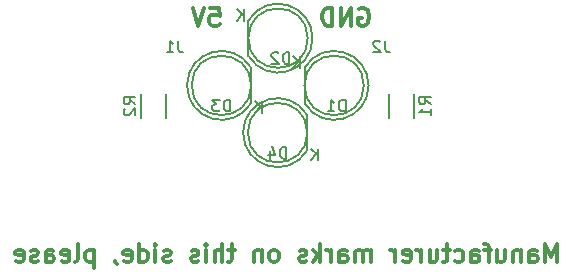
<source format=gbr>
G04 #@! TF.FileFunction,Legend,Bot*
%FSLAX46Y46*%
G04 Gerber Fmt 4.6, Leading zero omitted, Abs format (unit mm)*
G04 Created by KiCad (PCBNEW 4.0.6) date Sunday, 17 September 2017 'PMt' 18:00:55*
%MOMM*%
%LPD*%
G01*
G04 APERTURE LIST*
%ADD10C,0.100000*%
%ADD11C,0.300000*%
%ADD12C,0.150000*%
G04 APERTURE END LIST*
D10*
D11*
X165142857Y-93678571D02*
X165142857Y-92178571D01*
X164642857Y-93250000D01*
X164142857Y-92178571D01*
X164142857Y-93678571D01*
X162785714Y-93678571D02*
X162785714Y-92892857D01*
X162857143Y-92750000D01*
X163000000Y-92678571D01*
X163285714Y-92678571D01*
X163428571Y-92750000D01*
X162785714Y-93607143D02*
X162928571Y-93678571D01*
X163285714Y-93678571D01*
X163428571Y-93607143D01*
X163500000Y-93464286D01*
X163500000Y-93321429D01*
X163428571Y-93178571D01*
X163285714Y-93107143D01*
X162928571Y-93107143D01*
X162785714Y-93035714D01*
X162071428Y-92678571D02*
X162071428Y-93678571D01*
X162071428Y-92821429D02*
X162000000Y-92750000D01*
X161857142Y-92678571D01*
X161642857Y-92678571D01*
X161500000Y-92750000D01*
X161428571Y-92892857D01*
X161428571Y-93678571D01*
X160071428Y-92678571D02*
X160071428Y-93678571D01*
X160714285Y-92678571D02*
X160714285Y-93464286D01*
X160642857Y-93607143D01*
X160499999Y-93678571D01*
X160285714Y-93678571D01*
X160142857Y-93607143D01*
X160071428Y-93535714D01*
X159571428Y-92678571D02*
X158999999Y-92678571D01*
X159357142Y-93678571D02*
X159357142Y-92392857D01*
X159285714Y-92250000D01*
X159142856Y-92178571D01*
X158999999Y-92178571D01*
X157857142Y-93678571D02*
X157857142Y-92892857D01*
X157928571Y-92750000D01*
X158071428Y-92678571D01*
X158357142Y-92678571D01*
X158499999Y-92750000D01*
X157857142Y-93607143D02*
X157999999Y-93678571D01*
X158357142Y-93678571D01*
X158499999Y-93607143D01*
X158571428Y-93464286D01*
X158571428Y-93321429D01*
X158499999Y-93178571D01*
X158357142Y-93107143D01*
X157999999Y-93107143D01*
X157857142Y-93035714D01*
X156499999Y-93607143D02*
X156642856Y-93678571D01*
X156928570Y-93678571D01*
X157071428Y-93607143D01*
X157142856Y-93535714D01*
X157214285Y-93392857D01*
X157214285Y-92964286D01*
X157142856Y-92821429D01*
X157071428Y-92750000D01*
X156928570Y-92678571D01*
X156642856Y-92678571D01*
X156499999Y-92750000D01*
X156071428Y-92678571D02*
X155499999Y-92678571D01*
X155857142Y-92178571D02*
X155857142Y-93464286D01*
X155785714Y-93607143D01*
X155642856Y-93678571D01*
X155499999Y-93678571D01*
X154357142Y-92678571D02*
X154357142Y-93678571D01*
X154999999Y-92678571D02*
X154999999Y-93464286D01*
X154928571Y-93607143D01*
X154785713Y-93678571D01*
X154571428Y-93678571D01*
X154428571Y-93607143D01*
X154357142Y-93535714D01*
X153642856Y-93678571D02*
X153642856Y-92678571D01*
X153642856Y-92964286D02*
X153571428Y-92821429D01*
X153499999Y-92750000D01*
X153357142Y-92678571D01*
X153214285Y-92678571D01*
X152142857Y-93607143D02*
X152285714Y-93678571D01*
X152571428Y-93678571D01*
X152714285Y-93607143D01*
X152785714Y-93464286D01*
X152785714Y-92892857D01*
X152714285Y-92750000D01*
X152571428Y-92678571D01*
X152285714Y-92678571D01*
X152142857Y-92750000D01*
X152071428Y-92892857D01*
X152071428Y-93035714D01*
X152785714Y-93178571D01*
X151428571Y-93678571D02*
X151428571Y-92678571D01*
X151428571Y-92964286D02*
X151357143Y-92821429D01*
X151285714Y-92750000D01*
X151142857Y-92678571D01*
X151000000Y-92678571D01*
X149357143Y-93678571D02*
X149357143Y-92678571D01*
X149357143Y-92821429D02*
X149285715Y-92750000D01*
X149142857Y-92678571D01*
X148928572Y-92678571D01*
X148785715Y-92750000D01*
X148714286Y-92892857D01*
X148714286Y-93678571D01*
X148714286Y-92892857D02*
X148642857Y-92750000D01*
X148500000Y-92678571D01*
X148285715Y-92678571D01*
X148142857Y-92750000D01*
X148071429Y-92892857D01*
X148071429Y-93678571D01*
X146714286Y-93678571D02*
X146714286Y-92892857D01*
X146785715Y-92750000D01*
X146928572Y-92678571D01*
X147214286Y-92678571D01*
X147357143Y-92750000D01*
X146714286Y-93607143D02*
X146857143Y-93678571D01*
X147214286Y-93678571D01*
X147357143Y-93607143D01*
X147428572Y-93464286D01*
X147428572Y-93321429D01*
X147357143Y-93178571D01*
X147214286Y-93107143D01*
X146857143Y-93107143D01*
X146714286Y-93035714D01*
X146000000Y-93678571D02*
X146000000Y-92678571D01*
X146000000Y-92964286D02*
X145928572Y-92821429D01*
X145857143Y-92750000D01*
X145714286Y-92678571D01*
X145571429Y-92678571D01*
X145071429Y-93678571D02*
X145071429Y-92178571D01*
X144928572Y-93107143D02*
X144500001Y-93678571D01*
X144500001Y-92678571D02*
X145071429Y-93250000D01*
X143928572Y-93607143D02*
X143785715Y-93678571D01*
X143500000Y-93678571D01*
X143357143Y-93607143D01*
X143285715Y-93464286D01*
X143285715Y-93392857D01*
X143357143Y-93250000D01*
X143500000Y-93178571D01*
X143714286Y-93178571D01*
X143857143Y-93107143D01*
X143928572Y-92964286D01*
X143928572Y-92892857D01*
X143857143Y-92750000D01*
X143714286Y-92678571D01*
X143500000Y-92678571D01*
X143357143Y-92750000D01*
X141285714Y-93678571D02*
X141428572Y-93607143D01*
X141500000Y-93535714D01*
X141571429Y-93392857D01*
X141571429Y-92964286D01*
X141500000Y-92821429D01*
X141428572Y-92750000D01*
X141285714Y-92678571D01*
X141071429Y-92678571D01*
X140928572Y-92750000D01*
X140857143Y-92821429D01*
X140785714Y-92964286D01*
X140785714Y-93392857D01*
X140857143Y-93535714D01*
X140928572Y-93607143D01*
X141071429Y-93678571D01*
X141285714Y-93678571D01*
X140142857Y-92678571D02*
X140142857Y-93678571D01*
X140142857Y-92821429D02*
X140071429Y-92750000D01*
X139928571Y-92678571D01*
X139714286Y-92678571D01*
X139571429Y-92750000D01*
X139500000Y-92892857D01*
X139500000Y-93678571D01*
X137857143Y-92678571D02*
X137285714Y-92678571D01*
X137642857Y-92178571D02*
X137642857Y-93464286D01*
X137571429Y-93607143D01*
X137428571Y-93678571D01*
X137285714Y-93678571D01*
X136785714Y-93678571D02*
X136785714Y-92178571D01*
X136142857Y-93678571D02*
X136142857Y-92892857D01*
X136214286Y-92750000D01*
X136357143Y-92678571D01*
X136571428Y-92678571D01*
X136714286Y-92750000D01*
X136785714Y-92821429D01*
X135428571Y-93678571D02*
X135428571Y-92678571D01*
X135428571Y-92178571D02*
X135500000Y-92250000D01*
X135428571Y-92321429D01*
X135357143Y-92250000D01*
X135428571Y-92178571D01*
X135428571Y-92321429D01*
X134785714Y-93607143D02*
X134642857Y-93678571D01*
X134357142Y-93678571D01*
X134214285Y-93607143D01*
X134142857Y-93464286D01*
X134142857Y-93392857D01*
X134214285Y-93250000D01*
X134357142Y-93178571D01*
X134571428Y-93178571D01*
X134714285Y-93107143D01*
X134785714Y-92964286D01*
X134785714Y-92892857D01*
X134714285Y-92750000D01*
X134571428Y-92678571D01*
X134357142Y-92678571D01*
X134214285Y-92750000D01*
X132428571Y-93607143D02*
X132285714Y-93678571D01*
X131999999Y-93678571D01*
X131857142Y-93607143D01*
X131785714Y-93464286D01*
X131785714Y-93392857D01*
X131857142Y-93250000D01*
X131999999Y-93178571D01*
X132214285Y-93178571D01*
X132357142Y-93107143D01*
X132428571Y-92964286D01*
X132428571Y-92892857D01*
X132357142Y-92750000D01*
X132214285Y-92678571D01*
X131999999Y-92678571D01*
X131857142Y-92750000D01*
X131142856Y-93678571D02*
X131142856Y-92678571D01*
X131142856Y-92178571D02*
X131214285Y-92250000D01*
X131142856Y-92321429D01*
X131071428Y-92250000D01*
X131142856Y-92178571D01*
X131142856Y-92321429D01*
X129785713Y-93678571D02*
X129785713Y-92178571D01*
X129785713Y-93607143D02*
X129928570Y-93678571D01*
X130214284Y-93678571D01*
X130357142Y-93607143D01*
X130428570Y-93535714D01*
X130499999Y-93392857D01*
X130499999Y-92964286D01*
X130428570Y-92821429D01*
X130357142Y-92750000D01*
X130214284Y-92678571D01*
X129928570Y-92678571D01*
X129785713Y-92750000D01*
X128499999Y-93607143D02*
X128642856Y-93678571D01*
X128928570Y-93678571D01*
X129071427Y-93607143D01*
X129142856Y-93464286D01*
X129142856Y-92892857D01*
X129071427Y-92750000D01*
X128928570Y-92678571D01*
X128642856Y-92678571D01*
X128499999Y-92750000D01*
X128428570Y-92892857D01*
X128428570Y-93035714D01*
X129142856Y-93178571D01*
X127714285Y-93607143D02*
X127714285Y-93678571D01*
X127785713Y-93821429D01*
X127857142Y-93892857D01*
X125928570Y-92678571D02*
X125928570Y-94178571D01*
X125928570Y-92750000D02*
X125785713Y-92678571D01*
X125499999Y-92678571D01*
X125357142Y-92750000D01*
X125285713Y-92821429D01*
X125214284Y-92964286D01*
X125214284Y-93392857D01*
X125285713Y-93535714D01*
X125357142Y-93607143D01*
X125499999Y-93678571D01*
X125785713Y-93678571D01*
X125928570Y-93607143D01*
X124357141Y-93678571D02*
X124499999Y-93607143D01*
X124571427Y-93464286D01*
X124571427Y-92178571D01*
X123214285Y-93607143D02*
X123357142Y-93678571D01*
X123642856Y-93678571D01*
X123785713Y-93607143D01*
X123857142Y-93464286D01*
X123857142Y-92892857D01*
X123785713Y-92750000D01*
X123642856Y-92678571D01*
X123357142Y-92678571D01*
X123214285Y-92750000D01*
X123142856Y-92892857D01*
X123142856Y-93035714D01*
X123857142Y-93178571D01*
X121857142Y-93678571D02*
X121857142Y-92892857D01*
X121928571Y-92750000D01*
X122071428Y-92678571D01*
X122357142Y-92678571D01*
X122499999Y-92750000D01*
X121857142Y-93607143D02*
X121999999Y-93678571D01*
X122357142Y-93678571D01*
X122499999Y-93607143D01*
X122571428Y-93464286D01*
X122571428Y-93321429D01*
X122499999Y-93178571D01*
X122357142Y-93107143D01*
X121999999Y-93107143D01*
X121857142Y-93035714D01*
X121214285Y-93607143D02*
X121071428Y-93678571D01*
X120785713Y-93678571D01*
X120642856Y-93607143D01*
X120571428Y-93464286D01*
X120571428Y-93392857D01*
X120642856Y-93250000D01*
X120785713Y-93178571D01*
X120999999Y-93178571D01*
X121142856Y-93107143D01*
X121214285Y-92964286D01*
X121214285Y-92892857D01*
X121142856Y-92750000D01*
X120999999Y-92678571D01*
X120785713Y-92678571D01*
X120642856Y-92750000D01*
X119357142Y-93607143D02*
X119499999Y-93678571D01*
X119785713Y-93678571D01*
X119928570Y-93607143D01*
X119999999Y-93464286D01*
X119999999Y-92892857D01*
X119928570Y-92750000D01*
X119785713Y-92678571D01*
X119499999Y-92678571D01*
X119357142Y-92750000D01*
X119285713Y-92892857D01*
X119285713Y-93035714D01*
X119999999Y-93178571D01*
X148392857Y-72250000D02*
X148535714Y-72178571D01*
X148750000Y-72178571D01*
X148964285Y-72250000D01*
X149107143Y-72392857D01*
X149178571Y-72535714D01*
X149250000Y-72821429D01*
X149250000Y-73035714D01*
X149178571Y-73321429D01*
X149107143Y-73464286D01*
X148964285Y-73607143D01*
X148750000Y-73678571D01*
X148607143Y-73678571D01*
X148392857Y-73607143D01*
X148321428Y-73535714D01*
X148321428Y-73035714D01*
X148607143Y-73035714D01*
X147678571Y-73678571D02*
X147678571Y-72178571D01*
X146821428Y-73678571D01*
X146821428Y-72178571D01*
X146107142Y-73678571D02*
X146107142Y-72178571D01*
X145749999Y-72178571D01*
X145535714Y-72250000D01*
X145392856Y-72392857D01*
X145321428Y-72535714D01*
X145249999Y-72821429D01*
X145249999Y-73035714D01*
X145321428Y-73321429D01*
X145392856Y-73464286D01*
X145535714Y-73607143D01*
X145749999Y-73678571D01*
X146107142Y-73678571D01*
X135785713Y-72178571D02*
X136499999Y-72178571D01*
X136571428Y-72892857D01*
X136499999Y-72821429D01*
X136357142Y-72750000D01*
X135999999Y-72750000D01*
X135857142Y-72821429D01*
X135785713Y-72892857D01*
X135714285Y-73035714D01*
X135714285Y-73392857D01*
X135785713Y-73535714D01*
X135857142Y-73607143D01*
X135999999Y-73678571D01*
X136357142Y-73678571D01*
X136499999Y-73607143D01*
X136571428Y-73535714D01*
X135285714Y-72178571D02*
X134785714Y-73678571D01*
X134285714Y-72178571D01*
D12*
X143785112Y-77225096D02*
G75*
G02X143770000Y-80250000I2484888J-1524904D01*
G01*
X143770000Y-77250000D02*
X143770000Y-80250000D01*
X148787936Y-78750000D02*
G75*
G03X148787936Y-78750000I-2517936J0D01*
G01*
X139035112Y-73225096D02*
G75*
G02X139020000Y-76250000I2484888J-1524904D01*
G01*
X139020000Y-73250000D02*
X139020000Y-76250000D01*
X144037936Y-74750000D02*
G75*
G03X144037936Y-74750000I-2517936J0D01*
G01*
X139214888Y-80274904D02*
G75*
G02X139230000Y-77250000I-2484888J1524904D01*
G01*
X139230000Y-80250000D02*
X139230000Y-77250000D01*
X139247936Y-78750000D02*
G75*
G03X139247936Y-78750000I-2517936J0D01*
G01*
X143964888Y-84274904D02*
G75*
G02X143980000Y-81250000I-2484888J1524904D01*
G01*
X143980000Y-84250000D02*
X143980000Y-81250000D01*
X143997936Y-82750000D02*
G75*
G03X143997936Y-82750000I-2517936J0D01*
G01*
X150925000Y-79500000D02*
X150925000Y-81500000D01*
X153075000Y-81500000D02*
X153075000Y-79500000D01*
X132075000Y-81500000D02*
X132075000Y-79500000D01*
X129925000Y-79500000D02*
X129925000Y-81500000D01*
X147238095Y-80952381D02*
X147238095Y-79952381D01*
X147000000Y-79952381D01*
X146857142Y-80000000D01*
X146761904Y-80095238D01*
X146714285Y-80190476D01*
X146666666Y-80380952D01*
X146666666Y-80523810D01*
X146714285Y-80714286D01*
X146761904Y-80809524D01*
X146857142Y-80904762D01*
X147000000Y-80952381D01*
X147238095Y-80952381D01*
X145714285Y-80952381D02*
X146285714Y-80952381D01*
X146000000Y-80952381D02*
X146000000Y-79952381D01*
X146095238Y-80095238D01*
X146190476Y-80190476D01*
X146285714Y-80238095D01*
X143356905Y-77297381D02*
X143356905Y-76297381D01*
X142785476Y-77297381D02*
X143214048Y-76725952D01*
X142785476Y-76297381D02*
X143356905Y-76868810D01*
X142488095Y-76952381D02*
X142488095Y-75952381D01*
X142250000Y-75952381D01*
X142107142Y-76000000D01*
X142011904Y-76095238D01*
X141964285Y-76190476D01*
X141916666Y-76380952D01*
X141916666Y-76523810D01*
X141964285Y-76714286D01*
X142011904Y-76809524D01*
X142107142Y-76904762D01*
X142250000Y-76952381D01*
X142488095Y-76952381D01*
X141535714Y-76047619D02*
X141488095Y-76000000D01*
X141392857Y-75952381D01*
X141154761Y-75952381D01*
X141059523Y-76000000D01*
X141011904Y-76047619D01*
X140964285Y-76142857D01*
X140964285Y-76238095D01*
X141011904Y-76380952D01*
X141583333Y-76952381D01*
X140964285Y-76952381D01*
X138606905Y-73297381D02*
X138606905Y-72297381D01*
X138035476Y-73297381D02*
X138464048Y-72725952D01*
X138035476Y-72297381D02*
X138606905Y-72868810D01*
X137488095Y-80952381D02*
X137488095Y-79952381D01*
X137250000Y-79952381D01*
X137107142Y-80000000D01*
X137011904Y-80095238D01*
X136964285Y-80190476D01*
X136916666Y-80380952D01*
X136916666Y-80523810D01*
X136964285Y-80714286D01*
X137011904Y-80809524D01*
X137107142Y-80904762D01*
X137250000Y-80952381D01*
X137488095Y-80952381D01*
X136583333Y-79952381D02*
X135964285Y-79952381D01*
X136297619Y-80333333D01*
X136154761Y-80333333D01*
X136059523Y-80380952D01*
X136011904Y-80428571D01*
X135964285Y-80523810D01*
X135964285Y-80761905D01*
X136011904Y-80857143D01*
X136059523Y-80904762D01*
X136154761Y-80952381D01*
X136440476Y-80952381D01*
X136535714Y-80904762D01*
X136583333Y-80857143D01*
X140166905Y-81107381D02*
X140166905Y-80107381D01*
X139595476Y-81107381D02*
X140024048Y-80535952D01*
X139595476Y-80107381D02*
X140166905Y-80678810D01*
X142238095Y-84952381D02*
X142238095Y-83952381D01*
X142000000Y-83952381D01*
X141857142Y-84000000D01*
X141761904Y-84095238D01*
X141714285Y-84190476D01*
X141666666Y-84380952D01*
X141666666Y-84523810D01*
X141714285Y-84714286D01*
X141761904Y-84809524D01*
X141857142Y-84904762D01*
X142000000Y-84952381D01*
X142238095Y-84952381D01*
X140809523Y-84285714D02*
X140809523Y-84952381D01*
X141047619Y-83904762D02*
X141285714Y-84619048D01*
X140666666Y-84619048D01*
X144916905Y-85107381D02*
X144916905Y-84107381D01*
X144345476Y-85107381D02*
X144774048Y-84535952D01*
X144345476Y-84107381D02*
X144916905Y-84678810D01*
X154452381Y-80333334D02*
X153976190Y-80000000D01*
X154452381Y-79761905D02*
X153452381Y-79761905D01*
X153452381Y-80142858D01*
X153500000Y-80238096D01*
X153547619Y-80285715D01*
X153642857Y-80333334D01*
X153785714Y-80333334D01*
X153880952Y-80285715D01*
X153928571Y-80238096D01*
X153976190Y-80142858D01*
X153976190Y-79761905D01*
X154452381Y-81285715D02*
X154452381Y-80714286D01*
X154452381Y-81000000D02*
X153452381Y-81000000D01*
X153595238Y-80904762D01*
X153690476Y-80809524D01*
X153738095Y-80714286D01*
X129452381Y-80333334D02*
X128976190Y-80000000D01*
X129452381Y-79761905D02*
X128452381Y-79761905D01*
X128452381Y-80142858D01*
X128500000Y-80238096D01*
X128547619Y-80285715D01*
X128642857Y-80333334D01*
X128785714Y-80333334D01*
X128880952Y-80285715D01*
X128928571Y-80238096D01*
X128976190Y-80142858D01*
X128976190Y-79761905D01*
X128547619Y-80714286D02*
X128500000Y-80761905D01*
X128452381Y-80857143D01*
X128452381Y-81095239D01*
X128500000Y-81190477D01*
X128547619Y-81238096D01*
X128642857Y-81285715D01*
X128738095Y-81285715D01*
X128880952Y-81238096D01*
X129452381Y-80666667D01*
X129452381Y-81285715D01*
X133083333Y-74952381D02*
X133083333Y-75666667D01*
X133130953Y-75809524D01*
X133226191Y-75904762D01*
X133369048Y-75952381D01*
X133464286Y-75952381D01*
X132083333Y-75952381D02*
X132654762Y-75952381D01*
X132369048Y-75952381D02*
X132369048Y-74952381D01*
X132464286Y-75095238D01*
X132559524Y-75190476D01*
X132654762Y-75238095D01*
X150583333Y-74952381D02*
X150583333Y-75666667D01*
X150630953Y-75809524D01*
X150726191Y-75904762D01*
X150869048Y-75952381D01*
X150964286Y-75952381D01*
X150154762Y-75047619D02*
X150107143Y-75000000D01*
X150011905Y-74952381D01*
X149773809Y-74952381D01*
X149678571Y-75000000D01*
X149630952Y-75047619D01*
X149583333Y-75142857D01*
X149583333Y-75238095D01*
X149630952Y-75380952D01*
X150202381Y-75952381D01*
X149583333Y-75952381D01*
M02*

</source>
